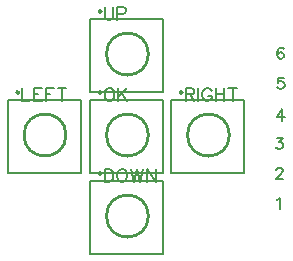
<source format=gto>
G04 Layer: TopSilkscreenLayer*
G04 EasyEDA v6.5.47, 2024-09-14 10:47:09*
G04 8a541bcae6964f6aac3218be08962530,df7e7e3c38a3447abd37b529b333d242,10*
G04 Gerber Generator version 0.2*
G04 Scale: 100 percent, Rotated: No, Reflected: No *
G04 Dimensions in millimeters *
G04 leading zeros omitted , absolute positions ,4 integer and 5 decimal *
%FSLAX45Y45*%
%MOMM*%

%ADD10C,0.2032*%
%ADD11C,0.1524*%
%ADD12C,0.2165*%
%ADD13C,0.2540*%

%LPD*%
D10*
X4232909Y8596376D02*
G01*
X4228338Y8605265D01*
X4214622Y8609837D01*
X4205477Y8609837D01*
X4192015Y8605265D01*
X4182872Y8591804D01*
X4178300Y8568944D01*
X4178300Y8546337D01*
X4182872Y8528050D01*
X4192015Y8518905D01*
X4205477Y8514334D01*
X4210050Y8514334D01*
X4223765Y8518905D01*
X4232909Y8528050D01*
X4237481Y8541765D01*
X4237481Y8546337D01*
X4232909Y8559800D01*
X4223765Y8568944D01*
X4210050Y8573515D01*
X4205477Y8573515D01*
X4192015Y8568944D01*
X4182872Y8559800D01*
X4178300Y8546337D01*
X4232909Y8355837D02*
G01*
X4187443Y8355837D01*
X4182872Y8314944D01*
X4187443Y8319515D01*
X4200906Y8324087D01*
X4214622Y8324087D01*
X4228338Y8319515D01*
X4237481Y8310371D01*
X4242054Y8296910D01*
X4242054Y8287765D01*
X4237481Y8274050D01*
X4228338Y8264905D01*
X4214622Y8260334D01*
X4200906Y8260334D01*
X4187443Y8264905D01*
X4182872Y8269478D01*
X4178300Y8278621D01*
X4223765Y8089137D02*
G01*
X4178300Y8025637D01*
X4246372Y8025637D01*
X4223765Y8089137D02*
G01*
X4223765Y7993634D01*
X4174743Y7847837D02*
G01*
X4224781Y7847837D01*
X4197350Y7811515D01*
X4211065Y7811515D01*
X4220209Y7806944D01*
X4224781Y7802371D01*
X4229354Y7788910D01*
X4229354Y7779765D01*
X4224781Y7766050D01*
X4215638Y7756905D01*
X4201922Y7752334D01*
X4188206Y7752334D01*
X4174743Y7756905D01*
X4170172Y7761478D01*
X4165600Y7770621D01*
X4170172Y7571231D02*
G01*
X4170172Y7575804D01*
X4174743Y7584694D01*
X4179315Y7589265D01*
X4188206Y7593837D01*
X4206493Y7593837D01*
X4215638Y7589265D01*
X4220209Y7584694D01*
X4224781Y7575804D01*
X4224781Y7566660D01*
X4220209Y7557515D01*
X4211065Y7543800D01*
X4165600Y7498334D01*
X4229354Y7498334D01*
X4178300Y7321804D02*
G01*
X4187443Y7326376D01*
X4200906Y7339837D01*
X4200906Y7244334D01*
D11*
X2717800Y8954515D02*
G01*
X2717800Y8876537D01*
X2722879Y8861044D01*
X2733293Y8850629D01*
X2749041Y8845550D01*
X2759456Y8845550D01*
X2774950Y8850629D01*
X2785363Y8861044D01*
X2790443Y8876537D01*
X2790443Y8954515D01*
X2824734Y8954515D02*
G01*
X2824734Y8845550D01*
X2824734Y8954515D02*
G01*
X2871470Y8954515D01*
X2887218Y8949436D01*
X2892297Y8944102D01*
X2897631Y8933687D01*
X2897631Y8918194D01*
X2892297Y8907779D01*
X2887218Y8902700D01*
X2871470Y8897365D01*
X2824734Y8897365D01*
X3403597Y8268715D02*
G01*
X3403597Y8159750D01*
X3403597Y8268715D02*
G01*
X3450333Y8268715D01*
X3465827Y8263636D01*
X3471161Y8258302D01*
X3476241Y8247887D01*
X3476241Y8237473D01*
X3471161Y8227060D01*
X3465827Y8221979D01*
X3450333Y8216900D01*
X3403597Y8216900D01*
X3439919Y8216900D02*
G01*
X3476241Y8159750D01*
X3510531Y8268715D02*
G01*
X3510531Y8159750D01*
X3622799Y8242808D02*
G01*
X3617719Y8253221D01*
X3607305Y8263636D01*
X3596891Y8268715D01*
X3576063Y8268715D01*
X3565649Y8263636D01*
X3555235Y8253221D01*
X3550155Y8242808D01*
X3544821Y8227060D01*
X3544821Y8201152D01*
X3550155Y8185658D01*
X3555235Y8175244D01*
X3565649Y8164829D01*
X3576063Y8159750D01*
X3596891Y8159750D01*
X3607305Y8164829D01*
X3617719Y8175244D01*
X3622799Y8185658D01*
X3622799Y8201152D01*
X3596891Y8201152D02*
G01*
X3622799Y8201152D01*
X3657089Y8268715D02*
G01*
X3657089Y8159750D01*
X3729987Y8268715D02*
G01*
X3729987Y8159750D01*
X3657089Y8216900D02*
G01*
X3729987Y8216900D01*
X3800599Y8268715D02*
G01*
X3800599Y8159750D01*
X3764277Y8268715D02*
G01*
X3836921Y8268715D01*
X2749041Y8268715D02*
G01*
X2738627Y8263636D01*
X2728213Y8253221D01*
X2722879Y8242808D01*
X2717800Y8227060D01*
X2717800Y8201152D01*
X2722879Y8185658D01*
X2728213Y8175244D01*
X2738627Y8164829D01*
X2749041Y8159750D01*
X2769870Y8159750D01*
X2780029Y8164829D01*
X2790443Y8175244D01*
X2795777Y8185658D01*
X2800858Y8201152D01*
X2800858Y8227060D01*
X2795777Y8242808D01*
X2790443Y8253221D01*
X2780029Y8263636D01*
X2769870Y8268715D01*
X2749041Y8268715D01*
X2835147Y8268715D02*
G01*
X2835147Y8159750D01*
X2908045Y8268715D02*
G01*
X2835147Y8196071D01*
X2861309Y8221979D02*
G01*
X2908045Y8159750D01*
X2019297Y8268715D02*
G01*
X2019297Y8159750D01*
X2019297Y8159750D02*
G01*
X2081527Y8159750D01*
X2115817Y8268715D02*
G01*
X2115817Y8159750D01*
X2115817Y8268715D02*
G01*
X2183381Y8268715D01*
X2115817Y8216900D02*
G01*
X2157473Y8216900D01*
X2115817Y8159750D02*
G01*
X2183381Y8159750D01*
X2217671Y8268715D02*
G01*
X2217671Y8159750D01*
X2217671Y8268715D02*
G01*
X2285235Y8268715D01*
X2217671Y8216900D02*
G01*
X2259327Y8216900D01*
X2355847Y8268715D02*
G01*
X2355847Y8159750D01*
X2319525Y8268715D02*
G01*
X2392423Y8268715D01*
X2717800Y7582915D02*
G01*
X2717800Y7473950D01*
X2717800Y7582915D02*
G01*
X2754122Y7582915D01*
X2769870Y7577836D01*
X2780029Y7567421D01*
X2785363Y7557008D01*
X2790443Y7541260D01*
X2790443Y7515352D01*
X2785363Y7499858D01*
X2780029Y7489444D01*
X2769870Y7479029D01*
X2754122Y7473950D01*
X2717800Y7473950D01*
X2855975Y7582915D02*
G01*
X2845561Y7577836D01*
X2835147Y7567421D01*
X2830068Y7557008D01*
X2824734Y7541260D01*
X2824734Y7515352D01*
X2830068Y7499858D01*
X2835147Y7489444D01*
X2845561Y7479029D01*
X2855975Y7473950D01*
X2876804Y7473950D01*
X2887218Y7479029D01*
X2897631Y7489444D01*
X2902711Y7499858D01*
X2908045Y7515352D01*
X2908045Y7541260D01*
X2902711Y7557008D01*
X2897631Y7567421D01*
X2887218Y7577836D01*
X2876804Y7582915D01*
X2855975Y7582915D01*
X2942336Y7582915D02*
G01*
X2968243Y7473950D01*
X2994152Y7582915D02*
G01*
X2968243Y7473950D01*
X2994152Y7582915D02*
G01*
X3020059Y7473950D01*
X3046222Y7582915D02*
G01*
X3020059Y7473950D01*
X3080511Y7582915D02*
G01*
X3080511Y7473950D01*
X3080511Y7582915D02*
G01*
X3153156Y7473950D01*
X3153156Y7582915D02*
G01*
X3153156Y7473950D01*
X3212546Y8851328D02*
G01*
X3212546Y8236089D01*
X2597307Y8236089D01*
X2597307Y8851328D01*
X3212546Y8851328D01*
X3898343Y8165528D02*
G01*
X3898343Y7550289D01*
X3283104Y7550289D01*
X3283104Y8165528D01*
X3898343Y8165528D01*
X3212546Y8165528D02*
G01*
X3212546Y7550289D01*
X2597307Y7550289D01*
X2597307Y8165528D01*
X3212546Y8165528D01*
X2514043Y8165528D02*
G01*
X2514043Y7550289D01*
X1898804Y7550289D01*
X1898804Y8165528D01*
X2514043Y8165528D01*
X3212546Y7479728D02*
G01*
X3212546Y6864489D01*
X2597307Y6864489D01*
X2597307Y7479728D01*
X3212546Y7479728D01*
D12*
G75*
G01
X2690749Y8918702D02*
G03X2690749Y8918702I-10820J0D01*
D13*
G75*
G01
X3088589Y8556600D02*
G03X3088589Y8556600I-177800J0D01*
D12*
G75*
G01
X3376574Y8232902D02*
G03X3376574Y8232902I-10820J0D01*
D13*
G75*
G01
X3774415Y7870800D02*
G03X3774415Y7870800I-177800J0D01*
D12*
G75*
G01
X2690749Y8232902D02*
G03X2690749Y8232902I-10820J0D01*
D13*
G75*
G01
X3088589Y7870800D02*
G03X3088589Y7870800I-177800J0D01*
D12*
G75*
G01
X1992249Y8232902D02*
G03X1992249Y8232902I-10820J0D01*
D13*
G75*
G01
X2390089Y7870800D02*
G03X2390089Y7870800I-177800J0D01*
D12*
G75*
G01
X2690749Y7547102D02*
G03X2690749Y7547102I-10820J0D01*
D13*
G75*
G01
X3088589Y7185000D02*
G03X3088589Y7185000I-177800J0D01*
M02*

</source>
